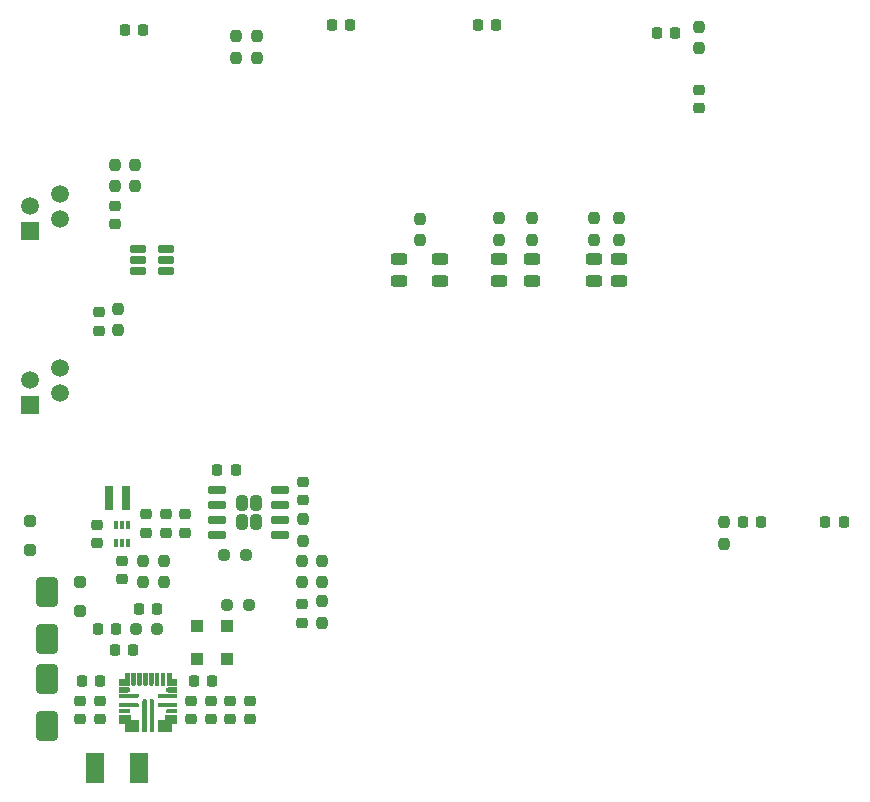
<source format=gbr>
%TF.GenerationSoftware,KiCad,Pcbnew,8.0.2*%
%TF.CreationDate,2024-05-30T14:16:54+02:00*%
%TF.ProjectId,Weather_IOT_1.0,57656174-6865-4725-9f49-4f545f312e30,1.0*%
%TF.SameCoordinates,Original*%
%TF.FileFunction,Paste,Top*%
%TF.FilePolarity,Positive*%
%FSLAX46Y46*%
G04 Gerber Fmt 4.6, Leading zero omitted, Abs format (unit mm)*
G04 Created by KiCad (PCBNEW 8.0.2) date 2024-05-30 14:16:54*
%MOMM*%
%LPD*%
G01*
G04 APERTURE LIST*
G04 Aperture macros list*
%AMRoundRect*
0 Rectangle with rounded corners*
0 $1 Rounding radius*
0 $2 $3 $4 $5 $6 $7 $8 $9 X,Y pos of 4 corners*
0 Add a 4 corners polygon primitive as box body*
4,1,4,$2,$3,$4,$5,$6,$7,$8,$9,$2,$3,0*
0 Add four circle primitives for the rounded corners*
1,1,$1+$1,$2,$3*
1,1,$1+$1,$4,$5*
1,1,$1+$1,$6,$7*
1,1,$1+$1,$8,$9*
0 Add four rect primitives between the rounded corners*
20,1,$1+$1,$2,$3,$4,$5,0*
20,1,$1+$1,$4,$5,$6,$7,0*
20,1,$1+$1,$6,$7,$8,$9,0*
20,1,$1+$1,$8,$9,$2,$3,0*%
G04 Aperture macros list end*
%ADD10C,0.010000*%
%ADD11RoundRect,0.225000X-0.250000X0.225000X-0.250000X-0.225000X0.250000X-0.225000X0.250000X0.225000X0*%
%ADD12R,1.500000X1.500000*%
%ADD13C,1.500000*%
%ADD14RoundRect,0.237500X0.237500X-0.250000X0.237500X0.250000X-0.237500X0.250000X-0.237500X-0.250000X0*%
%ADD15RoundRect,0.243750X-0.456250X0.243750X-0.456250X-0.243750X0.456250X-0.243750X0.456250X0.243750X0*%
%ADD16RoundRect,0.250000X0.650000X-1.000000X0.650000X1.000000X-0.650000X1.000000X-0.650000X-1.000000X0*%
%ADD17RoundRect,0.237500X-0.237500X0.250000X-0.237500X-0.250000X0.237500X-0.250000X0.237500X0.250000X0*%
%ADD18RoundRect,0.225000X0.225000X0.250000X-0.225000X0.250000X-0.225000X-0.250000X0.225000X-0.250000X0*%
%ADD19RoundRect,0.243750X0.456250X-0.243750X0.456250X0.243750X-0.456250X0.243750X-0.456250X-0.243750X0*%
%ADD20R,0.700000X2.000000*%
%ADD21R,0.340000X0.700000*%
%ADD22RoundRect,0.225000X-0.225000X-0.250000X0.225000X-0.250000X0.225000X0.250000X-0.225000X0.250000X0*%
%ADD23R,1.500000X2.500000*%
%ADD24RoundRect,0.225000X0.250000X-0.225000X0.250000X0.225000X-0.250000X0.225000X-0.250000X-0.225000X0*%
%ADD25RoundRect,0.237500X0.250000X0.237500X-0.250000X0.237500X-0.250000X-0.237500X0.250000X-0.237500X0*%
%ADD26RoundRect,0.242500X0.242500X0.402500X-0.242500X0.402500X-0.242500X-0.402500X0.242500X-0.402500X0*%
%ADD27RoundRect,0.150000X0.650000X0.150000X-0.650000X0.150000X-0.650000X-0.150000X0.650000X-0.150000X0*%
%ADD28RoundRect,0.250000X-0.650000X1.000000X-0.650000X-1.000000X0.650000X-1.000000X0.650000X1.000000X0*%
%ADD29RoundRect,0.042000X-0.633000X-0.258000X0.633000X-0.258000X0.633000X0.258000X-0.633000X0.258000X0*%
%ADD30RoundRect,0.237500X-0.250000X-0.237500X0.250000X-0.237500X0.250000X0.237500X-0.250000X0.237500X0*%
%ADD31RoundRect,0.250000X0.300000X-0.300000X0.300000X0.300000X-0.300000X0.300000X-0.300000X-0.300000X0*%
%ADD32RoundRect,0.250000X0.250000X-0.250000X0.250000X0.250000X-0.250000X0.250000X-0.250000X-0.250000X0*%
%ADD33RoundRect,0.250000X-0.250000X0.250000X-0.250000X-0.250000X0.250000X-0.250000X0.250000X0.250000X0*%
G04 APERTURE END LIST*
D10*
%TO.C,U3*%
X117025000Y-129352000D02*
X116200000Y-129352000D01*
X116200000Y-128852000D01*
X116675000Y-128852000D01*
X116675000Y-128377000D01*
X117025000Y-128377000D01*
X117025000Y-129352000D01*
G36*
X117025000Y-129352000D02*
G01*
X116200000Y-129352000D01*
X116200000Y-128852000D01*
X116675000Y-128852000D01*
X116675000Y-128377000D01*
X117025000Y-128377000D01*
X117025000Y-129352000D01*
G37*
X120575000Y-128852000D02*
X121050000Y-128852000D01*
X121050000Y-129352000D01*
X120225000Y-129352000D01*
X120225000Y-128377000D01*
X120575000Y-128377000D01*
X120575000Y-128852000D01*
G36*
X120575000Y-128852000D02*
G01*
X121050000Y-128852000D01*
X121050000Y-129352000D01*
X120225000Y-129352000D01*
X120225000Y-128377000D01*
X120575000Y-128377000D01*
X120575000Y-128852000D01*
G37*
X116918000Y-129553000D02*
X116936000Y-129556000D01*
X116954000Y-129561000D01*
X116971000Y-129567000D01*
X116987000Y-129575000D01*
X117003000Y-129585000D01*
X117017000Y-129597000D01*
X117030000Y-129610000D01*
X117042000Y-129624000D01*
X117052000Y-129640000D01*
X117060000Y-129656000D01*
X117066000Y-129673000D01*
X117071000Y-129691000D01*
X117074000Y-129709000D01*
X117075000Y-129727000D01*
X117074000Y-129745000D01*
X117071000Y-129763000D01*
X117066000Y-129781000D01*
X117060000Y-129798000D01*
X117052000Y-129815000D01*
X117042000Y-129830000D01*
X117030000Y-129844000D01*
X117017000Y-129857000D01*
X117003000Y-129869000D01*
X116987000Y-129879000D01*
X116971000Y-129887000D01*
X116954000Y-129893000D01*
X116936000Y-129898000D01*
X116918000Y-129901000D01*
X116900000Y-129902000D01*
X116200000Y-129902000D01*
X116200000Y-129552000D01*
X116900000Y-129552000D01*
X116918000Y-129553000D01*
G36*
X116918000Y-129553000D02*
G01*
X116936000Y-129556000D01*
X116954000Y-129561000D01*
X116971000Y-129567000D01*
X116987000Y-129575000D01*
X117003000Y-129585000D01*
X117017000Y-129597000D01*
X117030000Y-129610000D01*
X117042000Y-129624000D01*
X117052000Y-129640000D01*
X117060000Y-129656000D01*
X117066000Y-129673000D01*
X117071000Y-129691000D01*
X117074000Y-129709000D01*
X117075000Y-129727000D01*
X117074000Y-129745000D01*
X117071000Y-129763000D01*
X117066000Y-129781000D01*
X117060000Y-129798000D01*
X117052000Y-129815000D01*
X117042000Y-129830000D01*
X117030000Y-129844000D01*
X117017000Y-129857000D01*
X117003000Y-129869000D01*
X116987000Y-129879000D01*
X116971000Y-129887000D01*
X116954000Y-129893000D01*
X116936000Y-129898000D01*
X116918000Y-129901000D01*
X116900000Y-129902000D01*
X116200000Y-129902000D01*
X116200000Y-129552000D01*
X116900000Y-129552000D01*
X116918000Y-129553000D01*
G37*
X116963000Y-131403000D02*
X116976000Y-131405000D01*
X116989000Y-131408000D01*
X117001000Y-131413000D01*
X117012000Y-131419000D01*
X117023000Y-131426000D01*
X117034000Y-131434000D01*
X117043000Y-131443000D01*
X117051000Y-131454000D01*
X117058000Y-131464000D01*
X117064000Y-131476000D01*
X117069000Y-131488000D01*
X117072000Y-131501000D01*
X117074000Y-131514000D01*
X117075000Y-131527000D01*
X117074000Y-131540000D01*
X117072000Y-131553000D01*
X117069000Y-131566000D01*
X117064000Y-131578000D01*
X117058000Y-131589000D01*
X117051000Y-131600000D01*
X117043000Y-131611000D01*
X117034000Y-131620000D01*
X117023000Y-131628000D01*
X117012000Y-131635000D01*
X117001000Y-131641000D01*
X116989000Y-131646000D01*
X116976000Y-131649000D01*
X116963000Y-131651000D01*
X116950000Y-131652000D01*
X116200000Y-131652000D01*
X116200000Y-131402000D01*
X116950000Y-131402000D01*
X116963000Y-131403000D01*
G36*
X116963000Y-131403000D02*
G01*
X116976000Y-131405000D01*
X116989000Y-131408000D01*
X117001000Y-131413000D01*
X117012000Y-131419000D01*
X117023000Y-131426000D01*
X117034000Y-131434000D01*
X117043000Y-131443000D01*
X117051000Y-131454000D01*
X117058000Y-131464000D01*
X117064000Y-131476000D01*
X117069000Y-131488000D01*
X117072000Y-131501000D01*
X117074000Y-131514000D01*
X117075000Y-131527000D01*
X117074000Y-131540000D01*
X117072000Y-131553000D01*
X117069000Y-131566000D01*
X117064000Y-131578000D01*
X117058000Y-131589000D01*
X117051000Y-131600000D01*
X117043000Y-131611000D01*
X117034000Y-131620000D01*
X117023000Y-131628000D01*
X117012000Y-131635000D01*
X117001000Y-131641000D01*
X116989000Y-131646000D01*
X116976000Y-131649000D01*
X116963000Y-131651000D01*
X116950000Y-131652000D01*
X116200000Y-131652000D01*
X116200000Y-131402000D01*
X116950000Y-131402000D01*
X116963000Y-131403000D01*
G37*
X117525000Y-129202000D02*
X117524000Y-129218000D01*
X117522000Y-129233000D01*
X117518000Y-129248000D01*
X117512000Y-129263000D01*
X117505000Y-129277000D01*
X117496000Y-129290000D01*
X117486000Y-129302000D01*
X117475000Y-129313000D01*
X117463000Y-129323000D01*
X117450000Y-129332000D01*
X117436000Y-129339000D01*
X117421000Y-129345000D01*
X117406000Y-129349000D01*
X117391000Y-129351000D01*
X117375000Y-129352000D01*
X117359000Y-129351000D01*
X117344000Y-129349000D01*
X117329000Y-129345000D01*
X117314000Y-129339000D01*
X117300000Y-129332000D01*
X117287000Y-129323000D01*
X117275000Y-129313000D01*
X117264000Y-129302000D01*
X117254000Y-129290000D01*
X117245000Y-129277000D01*
X117238000Y-129263000D01*
X117232000Y-129248000D01*
X117228000Y-129233000D01*
X117226000Y-129218000D01*
X117225000Y-129202000D01*
X117225000Y-128377000D01*
X117525000Y-128377000D01*
X117525000Y-129202000D01*
G36*
X117525000Y-129202000D02*
G01*
X117524000Y-129218000D01*
X117522000Y-129233000D01*
X117518000Y-129248000D01*
X117512000Y-129263000D01*
X117505000Y-129277000D01*
X117496000Y-129290000D01*
X117486000Y-129302000D01*
X117475000Y-129313000D01*
X117463000Y-129323000D01*
X117450000Y-129332000D01*
X117436000Y-129339000D01*
X117421000Y-129345000D01*
X117406000Y-129349000D01*
X117391000Y-129351000D01*
X117375000Y-129352000D01*
X117359000Y-129351000D01*
X117344000Y-129349000D01*
X117329000Y-129345000D01*
X117314000Y-129339000D01*
X117300000Y-129332000D01*
X117287000Y-129323000D01*
X117275000Y-129313000D01*
X117264000Y-129302000D01*
X117254000Y-129290000D01*
X117245000Y-129277000D01*
X117238000Y-129263000D01*
X117232000Y-129248000D01*
X117228000Y-129233000D01*
X117226000Y-129218000D01*
X117225000Y-129202000D01*
X117225000Y-128377000D01*
X117525000Y-128377000D01*
X117525000Y-129202000D01*
G37*
X118025000Y-129202000D02*
X118024000Y-129218000D01*
X118022000Y-129233000D01*
X118018000Y-129248000D01*
X118012000Y-129263000D01*
X118005000Y-129277000D01*
X117996000Y-129290000D01*
X117986000Y-129302000D01*
X117975000Y-129313000D01*
X117963000Y-129323000D01*
X117950000Y-129332000D01*
X117936000Y-129339000D01*
X117921000Y-129345000D01*
X117906000Y-129349000D01*
X117891000Y-129351000D01*
X117875000Y-129352000D01*
X117859000Y-129351000D01*
X117844000Y-129349000D01*
X117829000Y-129345000D01*
X117814000Y-129339000D01*
X117800000Y-129332000D01*
X117787000Y-129323000D01*
X117775000Y-129313000D01*
X117764000Y-129302000D01*
X117754000Y-129290000D01*
X117745000Y-129277000D01*
X117738000Y-129263000D01*
X117732000Y-129248000D01*
X117728000Y-129233000D01*
X117726000Y-129218000D01*
X117725000Y-129202000D01*
X117725000Y-128377000D01*
X118025000Y-128377000D01*
X118025000Y-129202000D01*
G36*
X118025000Y-129202000D02*
G01*
X118024000Y-129218000D01*
X118022000Y-129233000D01*
X118018000Y-129248000D01*
X118012000Y-129263000D01*
X118005000Y-129277000D01*
X117996000Y-129290000D01*
X117986000Y-129302000D01*
X117975000Y-129313000D01*
X117963000Y-129323000D01*
X117950000Y-129332000D01*
X117936000Y-129339000D01*
X117921000Y-129345000D01*
X117906000Y-129349000D01*
X117891000Y-129351000D01*
X117875000Y-129352000D01*
X117859000Y-129351000D01*
X117844000Y-129349000D01*
X117829000Y-129345000D01*
X117814000Y-129339000D01*
X117800000Y-129332000D01*
X117787000Y-129323000D01*
X117775000Y-129313000D01*
X117764000Y-129302000D01*
X117754000Y-129290000D01*
X117745000Y-129277000D01*
X117738000Y-129263000D01*
X117732000Y-129248000D01*
X117728000Y-129233000D01*
X117726000Y-129218000D01*
X117725000Y-129202000D01*
X117725000Y-128377000D01*
X118025000Y-128377000D01*
X118025000Y-129202000D01*
G37*
X118341000Y-130553000D02*
X118356000Y-130555000D01*
X118371000Y-130559000D01*
X118386000Y-130565000D01*
X118400000Y-130572000D01*
X118413000Y-130581000D01*
X118425000Y-130591000D01*
X118436000Y-130602000D01*
X118446000Y-130614000D01*
X118455000Y-130627000D01*
X118462000Y-130641000D01*
X118468000Y-130656000D01*
X118472000Y-130671000D01*
X118474000Y-130686000D01*
X118475000Y-130702000D01*
X118475000Y-133227000D01*
X118175000Y-133227000D01*
X118175000Y-130702000D01*
X118176000Y-130686000D01*
X118178000Y-130671000D01*
X118182000Y-130656000D01*
X118188000Y-130641000D01*
X118195000Y-130627000D01*
X118204000Y-130614000D01*
X118214000Y-130602000D01*
X118225000Y-130591000D01*
X118237000Y-130581000D01*
X118250000Y-130572000D01*
X118264000Y-130565000D01*
X118279000Y-130559000D01*
X118294000Y-130555000D01*
X118309000Y-130553000D01*
X118325000Y-130552000D01*
X118341000Y-130553000D01*
G36*
X118341000Y-130553000D02*
G01*
X118356000Y-130555000D01*
X118371000Y-130559000D01*
X118386000Y-130565000D01*
X118400000Y-130572000D01*
X118413000Y-130581000D01*
X118425000Y-130591000D01*
X118436000Y-130602000D01*
X118446000Y-130614000D01*
X118455000Y-130627000D01*
X118462000Y-130641000D01*
X118468000Y-130656000D01*
X118472000Y-130671000D01*
X118474000Y-130686000D01*
X118475000Y-130702000D01*
X118475000Y-133227000D01*
X118175000Y-133227000D01*
X118175000Y-130702000D01*
X118176000Y-130686000D01*
X118178000Y-130671000D01*
X118182000Y-130656000D01*
X118188000Y-130641000D01*
X118195000Y-130627000D01*
X118204000Y-130614000D01*
X118214000Y-130602000D01*
X118225000Y-130591000D01*
X118237000Y-130581000D01*
X118250000Y-130572000D01*
X118264000Y-130565000D01*
X118279000Y-130559000D01*
X118294000Y-130555000D01*
X118309000Y-130553000D01*
X118325000Y-130552000D01*
X118341000Y-130553000D01*
G37*
X118525000Y-129202000D02*
X118524000Y-129218000D01*
X118522000Y-129233000D01*
X118518000Y-129248000D01*
X118512000Y-129263000D01*
X118505000Y-129277000D01*
X118496000Y-129290000D01*
X118486000Y-129302000D01*
X118475000Y-129313000D01*
X118463000Y-129323000D01*
X118450000Y-129332000D01*
X118436000Y-129339000D01*
X118421000Y-129345000D01*
X118406000Y-129349000D01*
X118391000Y-129351000D01*
X118375000Y-129352000D01*
X118359000Y-129351000D01*
X118344000Y-129349000D01*
X118329000Y-129345000D01*
X118314000Y-129339000D01*
X118300000Y-129332000D01*
X118287000Y-129323000D01*
X118275000Y-129313000D01*
X118264000Y-129302000D01*
X118254000Y-129290000D01*
X118245000Y-129277000D01*
X118238000Y-129263000D01*
X118232000Y-129248000D01*
X118228000Y-129233000D01*
X118226000Y-129218000D01*
X118225000Y-129202000D01*
X118225000Y-128377000D01*
X118525000Y-128377000D01*
X118525000Y-129202000D01*
G36*
X118525000Y-129202000D02*
G01*
X118524000Y-129218000D01*
X118522000Y-129233000D01*
X118518000Y-129248000D01*
X118512000Y-129263000D01*
X118505000Y-129277000D01*
X118496000Y-129290000D01*
X118486000Y-129302000D01*
X118475000Y-129313000D01*
X118463000Y-129323000D01*
X118450000Y-129332000D01*
X118436000Y-129339000D01*
X118421000Y-129345000D01*
X118406000Y-129349000D01*
X118391000Y-129351000D01*
X118375000Y-129352000D01*
X118359000Y-129351000D01*
X118344000Y-129349000D01*
X118329000Y-129345000D01*
X118314000Y-129339000D01*
X118300000Y-129332000D01*
X118287000Y-129323000D01*
X118275000Y-129313000D01*
X118264000Y-129302000D01*
X118254000Y-129290000D01*
X118245000Y-129277000D01*
X118238000Y-129263000D01*
X118232000Y-129248000D01*
X118228000Y-129233000D01*
X118226000Y-129218000D01*
X118225000Y-129202000D01*
X118225000Y-128377000D01*
X118525000Y-128377000D01*
X118525000Y-129202000D01*
G37*
X118941000Y-130553000D02*
X118956000Y-130555000D01*
X118971000Y-130559000D01*
X118986000Y-130565000D01*
X119000000Y-130572000D01*
X119013000Y-130581000D01*
X119025000Y-130591000D01*
X119036000Y-130602000D01*
X119046000Y-130614000D01*
X119055000Y-130627000D01*
X119062000Y-130641000D01*
X119068000Y-130656000D01*
X119072000Y-130671000D01*
X119074000Y-130686000D01*
X119075000Y-130702000D01*
X119075000Y-133227000D01*
X118775000Y-133227000D01*
X118775000Y-130702000D01*
X118776000Y-130686000D01*
X118778000Y-130671000D01*
X118782000Y-130656000D01*
X118788000Y-130641000D01*
X118795000Y-130627000D01*
X118804000Y-130614000D01*
X118814000Y-130602000D01*
X118825000Y-130591000D01*
X118837000Y-130581000D01*
X118850000Y-130572000D01*
X118864000Y-130565000D01*
X118879000Y-130559000D01*
X118894000Y-130555000D01*
X118909000Y-130553000D01*
X118925000Y-130552000D01*
X118941000Y-130553000D01*
G36*
X118941000Y-130553000D02*
G01*
X118956000Y-130555000D01*
X118971000Y-130559000D01*
X118986000Y-130565000D01*
X119000000Y-130572000D01*
X119013000Y-130581000D01*
X119025000Y-130591000D01*
X119036000Y-130602000D01*
X119046000Y-130614000D01*
X119055000Y-130627000D01*
X119062000Y-130641000D01*
X119068000Y-130656000D01*
X119072000Y-130671000D01*
X119074000Y-130686000D01*
X119075000Y-130702000D01*
X119075000Y-133227000D01*
X118775000Y-133227000D01*
X118775000Y-130702000D01*
X118776000Y-130686000D01*
X118778000Y-130671000D01*
X118782000Y-130656000D01*
X118788000Y-130641000D01*
X118795000Y-130627000D01*
X118804000Y-130614000D01*
X118814000Y-130602000D01*
X118825000Y-130591000D01*
X118837000Y-130581000D01*
X118850000Y-130572000D01*
X118864000Y-130565000D01*
X118879000Y-130559000D01*
X118894000Y-130555000D01*
X118909000Y-130553000D01*
X118925000Y-130552000D01*
X118941000Y-130553000D01*
G37*
X119025000Y-129202000D02*
X119024000Y-129218000D01*
X119022000Y-129233000D01*
X119018000Y-129248000D01*
X119012000Y-129263000D01*
X119005000Y-129277000D01*
X118996000Y-129290000D01*
X118986000Y-129302000D01*
X118975000Y-129313000D01*
X118963000Y-129323000D01*
X118950000Y-129332000D01*
X118936000Y-129339000D01*
X118921000Y-129345000D01*
X118906000Y-129349000D01*
X118891000Y-129351000D01*
X118875000Y-129352000D01*
X118859000Y-129351000D01*
X118844000Y-129349000D01*
X118829000Y-129345000D01*
X118814000Y-129339000D01*
X118800000Y-129332000D01*
X118787000Y-129323000D01*
X118775000Y-129313000D01*
X118764000Y-129302000D01*
X118754000Y-129290000D01*
X118745000Y-129277000D01*
X118738000Y-129263000D01*
X118732000Y-129248000D01*
X118728000Y-129233000D01*
X118726000Y-129218000D01*
X118725000Y-129202000D01*
X118725000Y-128377000D01*
X119025000Y-128377000D01*
X119025000Y-129202000D01*
G36*
X119025000Y-129202000D02*
G01*
X119024000Y-129218000D01*
X119022000Y-129233000D01*
X119018000Y-129248000D01*
X119012000Y-129263000D01*
X119005000Y-129277000D01*
X118996000Y-129290000D01*
X118986000Y-129302000D01*
X118975000Y-129313000D01*
X118963000Y-129323000D01*
X118950000Y-129332000D01*
X118936000Y-129339000D01*
X118921000Y-129345000D01*
X118906000Y-129349000D01*
X118891000Y-129351000D01*
X118875000Y-129352000D01*
X118859000Y-129351000D01*
X118844000Y-129349000D01*
X118829000Y-129345000D01*
X118814000Y-129339000D01*
X118800000Y-129332000D01*
X118787000Y-129323000D01*
X118775000Y-129313000D01*
X118764000Y-129302000D01*
X118754000Y-129290000D01*
X118745000Y-129277000D01*
X118738000Y-129263000D01*
X118732000Y-129248000D01*
X118728000Y-129233000D01*
X118726000Y-129218000D01*
X118725000Y-129202000D01*
X118725000Y-128377000D01*
X119025000Y-128377000D01*
X119025000Y-129202000D01*
G37*
X119525000Y-129202000D02*
X119524000Y-129218000D01*
X119522000Y-129233000D01*
X119518000Y-129248000D01*
X119512000Y-129263000D01*
X119505000Y-129277000D01*
X119496000Y-129290000D01*
X119486000Y-129302000D01*
X119475000Y-129313000D01*
X119463000Y-129323000D01*
X119450000Y-129332000D01*
X119436000Y-129339000D01*
X119421000Y-129345000D01*
X119406000Y-129349000D01*
X119391000Y-129351000D01*
X119375000Y-129352000D01*
X119359000Y-129351000D01*
X119344000Y-129349000D01*
X119329000Y-129345000D01*
X119314000Y-129339000D01*
X119300000Y-129332000D01*
X119287000Y-129323000D01*
X119275000Y-129313000D01*
X119264000Y-129302000D01*
X119254000Y-129290000D01*
X119245000Y-129277000D01*
X119238000Y-129263000D01*
X119232000Y-129248000D01*
X119228000Y-129233000D01*
X119226000Y-129218000D01*
X119225000Y-129202000D01*
X119225000Y-128377000D01*
X119525000Y-128377000D01*
X119525000Y-129202000D01*
G36*
X119525000Y-129202000D02*
G01*
X119524000Y-129218000D01*
X119522000Y-129233000D01*
X119518000Y-129248000D01*
X119512000Y-129263000D01*
X119505000Y-129277000D01*
X119496000Y-129290000D01*
X119486000Y-129302000D01*
X119475000Y-129313000D01*
X119463000Y-129323000D01*
X119450000Y-129332000D01*
X119436000Y-129339000D01*
X119421000Y-129345000D01*
X119406000Y-129349000D01*
X119391000Y-129351000D01*
X119375000Y-129352000D01*
X119359000Y-129351000D01*
X119344000Y-129349000D01*
X119329000Y-129345000D01*
X119314000Y-129339000D01*
X119300000Y-129332000D01*
X119287000Y-129323000D01*
X119275000Y-129313000D01*
X119264000Y-129302000D01*
X119254000Y-129290000D01*
X119245000Y-129277000D01*
X119238000Y-129263000D01*
X119232000Y-129248000D01*
X119228000Y-129233000D01*
X119226000Y-129218000D01*
X119225000Y-129202000D01*
X119225000Y-128377000D01*
X119525000Y-128377000D01*
X119525000Y-129202000D01*
G37*
X120025000Y-129202000D02*
X120024000Y-129218000D01*
X120022000Y-129233000D01*
X120018000Y-129248000D01*
X120012000Y-129263000D01*
X120005000Y-129277000D01*
X119996000Y-129290000D01*
X119986000Y-129302000D01*
X119975000Y-129313000D01*
X119963000Y-129323000D01*
X119950000Y-129332000D01*
X119936000Y-129339000D01*
X119921000Y-129345000D01*
X119906000Y-129349000D01*
X119891000Y-129351000D01*
X119875000Y-129352000D01*
X119859000Y-129351000D01*
X119844000Y-129349000D01*
X119829000Y-129345000D01*
X119814000Y-129339000D01*
X119800000Y-129332000D01*
X119787000Y-129323000D01*
X119775000Y-129313000D01*
X119764000Y-129302000D01*
X119754000Y-129290000D01*
X119745000Y-129277000D01*
X119738000Y-129263000D01*
X119732000Y-129248000D01*
X119728000Y-129233000D01*
X119726000Y-129218000D01*
X119725000Y-129202000D01*
X119725000Y-128377000D01*
X120025000Y-128377000D01*
X120025000Y-129202000D01*
G36*
X120025000Y-129202000D02*
G01*
X120024000Y-129218000D01*
X120022000Y-129233000D01*
X120018000Y-129248000D01*
X120012000Y-129263000D01*
X120005000Y-129277000D01*
X119996000Y-129290000D01*
X119986000Y-129302000D01*
X119975000Y-129313000D01*
X119963000Y-129323000D01*
X119950000Y-129332000D01*
X119936000Y-129339000D01*
X119921000Y-129345000D01*
X119906000Y-129349000D01*
X119891000Y-129351000D01*
X119875000Y-129352000D01*
X119859000Y-129351000D01*
X119844000Y-129349000D01*
X119829000Y-129345000D01*
X119814000Y-129339000D01*
X119800000Y-129332000D01*
X119787000Y-129323000D01*
X119775000Y-129313000D01*
X119764000Y-129302000D01*
X119754000Y-129290000D01*
X119745000Y-129277000D01*
X119738000Y-129263000D01*
X119732000Y-129248000D01*
X119728000Y-129233000D01*
X119726000Y-129218000D01*
X119725000Y-129202000D01*
X119725000Y-128377000D01*
X120025000Y-128377000D01*
X120025000Y-129202000D01*
G37*
X121050000Y-129902000D02*
X120350000Y-129902000D01*
X120332000Y-129901000D01*
X120314000Y-129898000D01*
X120296000Y-129893000D01*
X120279000Y-129887000D01*
X120262000Y-129879000D01*
X120247000Y-129869000D01*
X120233000Y-129857000D01*
X120220000Y-129844000D01*
X120208000Y-129830000D01*
X120198000Y-129815000D01*
X120190000Y-129798000D01*
X120184000Y-129781000D01*
X120179000Y-129763000D01*
X120176000Y-129745000D01*
X120175000Y-129727000D01*
X120176000Y-129709000D01*
X120179000Y-129691000D01*
X120184000Y-129673000D01*
X120190000Y-129656000D01*
X120198000Y-129640000D01*
X120208000Y-129624000D01*
X120220000Y-129610000D01*
X120233000Y-129597000D01*
X120247000Y-129585000D01*
X120263000Y-129575000D01*
X120279000Y-129567000D01*
X120296000Y-129561000D01*
X120314000Y-129556000D01*
X120332000Y-129553000D01*
X120350000Y-129552000D01*
X121050000Y-129552000D01*
X121050000Y-129902000D01*
G36*
X121050000Y-129902000D02*
G01*
X120350000Y-129902000D01*
X120332000Y-129901000D01*
X120314000Y-129898000D01*
X120296000Y-129893000D01*
X120279000Y-129887000D01*
X120262000Y-129879000D01*
X120247000Y-129869000D01*
X120233000Y-129857000D01*
X120220000Y-129844000D01*
X120208000Y-129830000D01*
X120198000Y-129815000D01*
X120190000Y-129798000D01*
X120184000Y-129781000D01*
X120179000Y-129763000D01*
X120176000Y-129745000D01*
X120175000Y-129727000D01*
X120176000Y-129709000D01*
X120179000Y-129691000D01*
X120184000Y-129673000D01*
X120190000Y-129656000D01*
X120198000Y-129640000D01*
X120208000Y-129624000D01*
X120220000Y-129610000D01*
X120233000Y-129597000D01*
X120247000Y-129585000D01*
X120263000Y-129575000D01*
X120279000Y-129567000D01*
X120296000Y-129561000D01*
X120314000Y-129556000D01*
X120332000Y-129553000D01*
X120350000Y-129552000D01*
X121050000Y-129552000D01*
X121050000Y-129902000D01*
G37*
X121050000Y-131652000D02*
X120300000Y-131652000D01*
X120287000Y-131651000D01*
X120274000Y-131649000D01*
X120261000Y-131646000D01*
X120249000Y-131641000D01*
X120238000Y-131635000D01*
X120227000Y-131628000D01*
X120216000Y-131620000D01*
X120207000Y-131611000D01*
X120199000Y-131600000D01*
X120192000Y-131589000D01*
X120186000Y-131578000D01*
X120181000Y-131566000D01*
X120178000Y-131553000D01*
X120176000Y-131540000D01*
X120175000Y-131527000D01*
X120176000Y-131514000D01*
X120178000Y-131501000D01*
X120181000Y-131488000D01*
X120186000Y-131476000D01*
X120192000Y-131464000D01*
X120199000Y-131454000D01*
X120207000Y-131443000D01*
X120216000Y-131434000D01*
X120227000Y-131426000D01*
X120238000Y-131419000D01*
X120249000Y-131413000D01*
X120261000Y-131408000D01*
X120274000Y-131405000D01*
X120287000Y-131403000D01*
X120300000Y-131402000D01*
X121050000Y-131402000D01*
X121050000Y-131652000D01*
G36*
X121050000Y-131652000D02*
G01*
X120300000Y-131652000D01*
X120287000Y-131651000D01*
X120274000Y-131649000D01*
X120261000Y-131646000D01*
X120249000Y-131641000D01*
X120238000Y-131635000D01*
X120227000Y-131628000D01*
X120216000Y-131620000D01*
X120207000Y-131611000D01*
X120199000Y-131600000D01*
X120192000Y-131589000D01*
X120186000Y-131578000D01*
X120181000Y-131566000D01*
X120178000Y-131553000D01*
X120176000Y-131540000D01*
X120175000Y-131527000D01*
X120176000Y-131514000D01*
X120178000Y-131501000D01*
X120181000Y-131488000D01*
X120186000Y-131476000D01*
X120192000Y-131464000D01*
X120199000Y-131454000D01*
X120207000Y-131443000D01*
X120216000Y-131434000D01*
X120227000Y-131426000D01*
X120238000Y-131419000D01*
X120249000Y-131413000D01*
X120261000Y-131408000D01*
X120274000Y-131405000D01*
X120287000Y-131403000D01*
X120300000Y-131402000D01*
X121050000Y-131402000D01*
X121050000Y-131652000D01*
G37*
X117150000Y-132302000D02*
X117675000Y-132302000D01*
X117680000Y-132302000D01*
X117685000Y-132303000D01*
X117691000Y-132303000D01*
X117696000Y-132304000D01*
X117701000Y-132305000D01*
X117706000Y-132307000D01*
X117711000Y-132309000D01*
X117716000Y-132311000D01*
X117720000Y-132313000D01*
X117725000Y-132315000D01*
X117729000Y-132318000D01*
X117734000Y-132321000D01*
X117738000Y-132324000D01*
X117742000Y-132328000D01*
X117746000Y-132331000D01*
X117749000Y-132335000D01*
X117753000Y-132339000D01*
X117756000Y-132343000D01*
X117759000Y-132348000D01*
X117762000Y-132352000D01*
X117764000Y-132357000D01*
X117766000Y-132361000D01*
X117768000Y-132366000D01*
X117770000Y-132371000D01*
X117772000Y-132376000D01*
X117773000Y-132381000D01*
X117774000Y-132386000D01*
X117774000Y-132392000D01*
X117775000Y-132397000D01*
X117775000Y-132402000D01*
X117775000Y-133227000D01*
X116700000Y-133227000D01*
X116700000Y-132552000D01*
X116200000Y-132552000D01*
X116200000Y-131902000D01*
X117150000Y-131902000D01*
X117150000Y-132302000D01*
G36*
X117150000Y-132302000D02*
G01*
X117675000Y-132302000D01*
X117680000Y-132302000D01*
X117685000Y-132303000D01*
X117691000Y-132303000D01*
X117696000Y-132304000D01*
X117701000Y-132305000D01*
X117706000Y-132307000D01*
X117711000Y-132309000D01*
X117716000Y-132311000D01*
X117720000Y-132313000D01*
X117725000Y-132315000D01*
X117729000Y-132318000D01*
X117734000Y-132321000D01*
X117738000Y-132324000D01*
X117742000Y-132328000D01*
X117746000Y-132331000D01*
X117749000Y-132335000D01*
X117753000Y-132339000D01*
X117756000Y-132343000D01*
X117759000Y-132348000D01*
X117762000Y-132352000D01*
X117764000Y-132357000D01*
X117766000Y-132361000D01*
X117768000Y-132366000D01*
X117770000Y-132371000D01*
X117772000Y-132376000D01*
X117773000Y-132381000D01*
X117774000Y-132386000D01*
X117774000Y-132392000D01*
X117775000Y-132397000D01*
X117775000Y-132402000D01*
X117775000Y-133227000D01*
X116700000Y-133227000D01*
X116700000Y-132552000D01*
X116200000Y-132552000D01*
X116200000Y-131902000D01*
X117150000Y-131902000D01*
X117150000Y-132302000D01*
G37*
X121050000Y-132552000D02*
X120550000Y-132552000D01*
X120550000Y-133227000D01*
X119475000Y-133227000D01*
X119475000Y-132402000D01*
X119475000Y-132397000D01*
X119476000Y-132392000D01*
X119476000Y-132386000D01*
X119477000Y-132381000D01*
X119478000Y-132376000D01*
X119480000Y-132371000D01*
X119482000Y-132366000D01*
X119484000Y-132361000D01*
X119486000Y-132357000D01*
X119488000Y-132352000D01*
X119491000Y-132348000D01*
X119494000Y-132343000D01*
X119497000Y-132339000D01*
X119501000Y-132335000D01*
X119504000Y-132331000D01*
X119508000Y-132328000D01*
X119512000Y-132324000D01*
X119516000Y-132321000D01*
X119521000Y-132318000D01*
X119525000Y-132315000D01*
X119530000Y-132313000D01*
X119534000Y-132311000D01*
X119539000Y-132309000D01*
X119544000Y-132307000D01*
X119549000Y-132305000D01*
X119554000Y-132304000D01*
X119559000Y-132303000D01*
X119565000Y-132303000D01*
X119570000Y-132302000D01*
X119575000Y-132302000D01*
X120100000Y-132302000D01*
X120100000Y-131902000D01*
X121050000Y-131902000D01*
X121050000Y-132552000D01*
G36*
X121050000Y-132552000D02*
G01*
X120550000Y-132552000D01*
X120550000Y-133227000D01*
X119475000Y-133227000D01*
X119475000Y-132402000D01*
X119475000Y-132397000D01*
X119476000Y-132392000D01*
X119476000Y-132386000D01*
X119477000Y-132381000D01*
X119478000Y-132376000D01*
X119480000Y-132371000D01*
X119482000Y-132366000D01*
X119484000Y-132361000D01*
X119486000Y-132357000D01*
X119488000Y-132352000D01*
X119491000Y-132348000D01*
X119494000Y-132343000D01*
X119497000Y-132339000D01*
X119501000Y-132335000D01*
X119504000Y-132331000D01*
X119508000Y-132328000D01*
X119512000Y-132324000D01*
X119516000Y-132321000D01*
X119521000Y-132318000D01*
X119525000Y-132315000D01*
X119530000Y-132313000D01*
X119534000Y-132311000D01*
X119539000Y-132309000D01*
X119544000Y-132307000D01*
X119549000Y-132305000D01*
X119554000Y-132304000D01*
X119559000Y-132303000D01*
X119565000Y-132303000D01*
X119570000Y-132302000D01*
X119575000Y-132302000D01*
X120100000Y-132302000D01*
X120100000Y-131902000D01*
X121050000Y-131902000D01*
X121050000Y-132552000D01*
G37*
X117685000Y-130103000D02*
X117691000Y-130103000D01*
X117696000Y-130104000D01*
X117701000Y-130105000D01*
X117706000Y-130107000D01*
X117711000Y-130109000D01*
X117716000Y-130111000D01*
X117720000Y-130113000D01*
X117725000Y-130115000D01*
X117729000Y-130118000D01*
X117734000Y-130121000D01*
X117738000Y-130124000D01*
X117742000Y-130128000D01*
X117746000Y-130131000D01*
X117749000Y-130135000D01*
X117753000Y-130139000D01*
X117756000Y-130143000D01*
X117759000Y-130148000D01*
X117762000Y-130152000D01*
X117764000Y-130157000D01*
X117766000Y-130161000D01*
X117768000Y-130166000D01*
X117770000Y-130171000D01*
X117772000Y-130176000D01*
X117773000Y-130181000D01*
X117774000Y-130186000D01*
X117774000Y-130192000D01*
X117775000Y-130197000D01*
X117775000Y-130202000D01*
X117775000Y-130252000D01*
X117775000Y-130257000D01*
X117774000Y-130262000D01*
X117774000Y-130268000D01*
X117773000Y-130273000D01*
X117772000Y-130278000D01*
X117770000Y-130283000D01*
X117768000Y-130288000D01*
X117766000Y-130293000D01*
X117764000Y-130297000D01*
X117762000Y-130302000D01*
X117759000Y-130306000D01*
X117756000Y-130311000D01*
X117753000Y-130315000D01*
X117749000Y-130319000D01*
X117746000Y-130323000D01*
X117742000Y-130326000D01*
X117738000Y-130330000D01*
X117734000Y-130333000D01*
X117729000Y-130336000D01*
X117725000Y-130339000D01*
X117720000Y-130341000D01*
X117716000Y-130343000D01*
X117711000Y-130345000D01*
X117706000Y-130347000D01*
X117701000Y-130349000D01*
X117696000Y-130350000D01*
X117691000Y-130351000D01*
X117685000Y-130351000D01*
X117680000Y-130352000D01*
X117675000Y-130352000D01*
X116200000Y-130352000D01*
X116200000Y-130102000D01*
X117675000Y-130102000D01*
X117680000Y-130102000D01*
X117685000Y-130103000D01*
G36*
X117685000Y-130103000D02*
G01*
X117691000Y-130103000D01*
X117696000Y-130104000D01*
X117701000Y-130105000D01*
X117706000Y-130107000D01*
X117711000Y-130109000D01*
X117716000Y-130111000D01*
X117720000Y-130113000D01*
X117725000Y-130115000D01*
X117729000Y-130118000D01*
X117734000Y-130121000D01*
X117738000Y-130124000D01*
X117742000Y-130128000D01*
X117746000Y-130131000D01*
X117749000Y-130135000D01*
X117753000Y-130139000D01*
X117756000Y-130143000D01*
X117759000Y-130148000D01*
X117762000Y-130152000D01*
X117764000Y-130157000D01*
X117766000Y-130161000D01*
X117768000Y-130166000D01*
X117770000Y-130171000D01*
X117772000Y-130176000D01*
X117773000Y-130181000D01*
X117774000Y-130186000D01*
X117774000Y-130192000D01*
X117775000Y-130197000D01*
X117775000Y-130202000D01*
X117775000Y-130252000D01*
X117775000Y-130257000D01*
X117774000Y-130262000D01*
X117774000Y-130268000D01*
X117773000Y-130273000D01*
X117772000Y-130278000D01*
X117770000Y-130283000D01*
X117768000Y-130288000D01*
X117766000Y-130293000D01*
X117764000Y-130297000D01*
X117762000Y-130302000D01*
X117759000Y-130306000D01*
X117756000Y-130311000D01*
X117753000Y-130315000D01*
X117749000Y-130319000D01*
X117746000Y-130323000D01*
X117742000Y-130326000D01*
X117738000Y-130330000D01*
X117734000Y-130333000D01*
X117729000Y-130336000D01*
X117725000Y-130339000D01*
X117720000Y-130341000D01*
X117716000Y-130343000D01*
X117711000Y-130345000D01*
X117706000Y-130347000D01*
X117701000Y-130349000D01*
X117696000Y-130350000D01*
X117691000Y-130351000D01*
X117685000Y-130351000D01*
X117680000Y-130352000D01*
X117675000Y-130352000D01*
X116200000Y-130352000D01*
X116200000Y-130102000D01*
X117675000Y-130102000D01*
X117680000Y-130102000D01*
X117685000Y-130103000D01*
G37*
X117685000Y-130903000D02*
X117691000Y-130903000D01*
X117696000Y-130904000D01*
X117701000Y-130905000D01*
X117706000Y-130907000D01*
X117711000Y-130909000D01*
X117716000Y-130911000D01*
X117720000Y-130913000D01*
X117725000Y-130915000D01*
X117729000Y-130918000D01*
X117734000Y-130921000D01*
X117738000Y-130924000D01*
X117742000Y-130928000D01*
X117746000Y-130931000D01*
X117749000Y-130935000D01*
X117753000Y-130939000D01*
X117756000Y-130943000D01*
X117759000Y-130948000D01*
X117762000Y-130952000D01*
X117764000Y-130957000D01*
X117766000Y-130961000D01*
X117768000Y-130966000D01*
X117770000Y-130971000D01*
X117772000Y-130976000D01*
X117773000Y-130981000D01*
X117774000Y-130986000D01*
X117774000Y-130992000D01*
X117775000Y-130997000D01*
X117775000Y-131002000D01*
X117775000Y-131052000D01*
X117775000Y-131057000D01*
X117774000Y-131062000D01*
X117774000Y-131068000D01*
X117773000Y-131073000D01*
X117772000Y-131078000D01*
X117770000Y-131083000D01*
X117768000Y-131088000D01*
X117766000Y-131093000D01*
X117764000Y-131097000D01*
X117762000Y-131102000D01*
X117759000Y-131106000D01*
X117756000Y-131111000D01*
X117753000Y-131115000D01*
X117749000Y-131119000D01*
X117746000Y-131123000D01*
X117742000Y-131126000D01*
X117738000Y-131130000D01*
X117734000Y-131133000D01*
X117729000Y-131136000D01*
X117725000Y-131139000D01*
X117720000Y-131141000D01*
X117716000Y-131143000D01*
X117711000Y-131145000D01*
X117706000Y-131147000D01*
X117701000Y-131149000D01*
X117696000Y-131150000D01*
X117691000Y-131151000D01*
X117685000Y-131151000D01*
X117680000Y-131152000D01*
X117675000Y-131152000D01*
X116200000Y-131152000D01*
X116200000Y-130902000D01*
X117675000Y-130902000D01*
X117680000Y-130902000D01*
X117685000Y-130903000D01*
G36*
X117685000Y-130903000D02*
G01*
X117691000Y-130903000D01*
X117696000Y-130904000D01*
X117701000Y-130905000D01*
X117706000Y-130907000D01*
X117711000Y-130909000D01*
X117716000Y-130911000D01*
X117720000Y-130913000D01*
X117725000Y-130915000D01*
X117729000Y-130918000D01*
X117734000Y-130921000D01*
X117738000Y-130924000D01*
X117742000Y-130928000D01*
X117746000Y-130931000D01*
X117749000Y-130935000D01*
X117753000Y-130939000D01*
X117756000Y-130943000D01*
X117759000Y-130948000D01*
X117762000Y-130952000D01*
X117764000Y-130957000D01*
X117766000Y-130961000D01*
X117768000Y-130966000D01*
X117770000Y-130971000D01*
X117772000Y-130976000D01*
X117773000Y-130981000D01*
X117774000Y-130986000D01*
X117774000Y-130992000D01*
X117775000Y-130997000D01*
X117775000Y-131002000D01*
X117775000Y-131052000D01*
X117775000Y-131057000D01*
X117774000Y-131062000D01*
X117774000Y-131068000D01*
X117773000Y-131073000D01*
X117772000Y-131078000D01*
X117770000Y-131083000D01*
X117768000Y-131088000D01*
X117766000Y-131093000D01*
X117764000Y-131097000D01*
X117762000Y-131102000D01*
X117759000Y-131106000D01*
X117756000Y-131111000D01*
X117753000Y-131115000D01*
X117749000Y-131119000D01*
X117746000Y-131123000D01*
X117742000Y-131126000D01*
X117738000Y-131130000D01*
X117734000Y-131133000D01*
X117729000Y-131136000D01*
X117725000Y-131139000D01*
X117720000Y-131141000D01*
X117716000Y-131143000D01*
X117711000Y-131145000D01*
X117706000Y-131147000D01*
X117701000Y-131149000D01*
X117696000Y-131150000D01*
X117691000Y-131151000D01*
X117685000Y-131151000D01*
X117680000Y-131152000D01*
X117675000Y-131152000D01*
X116200000Y-131152000D01*
X116200000Y-130902000D01*
X117675000Y-130902000D01*
X117680000Y-130902000D01*
X117685000Y-130903000D01*
G37*
X121050000Y-130352000D02*
X119575000Y-130352000D01*
X119570000Y-130352000D01*
X119565000Y-130351000D01*
X119559000Y-130351000D01*
X119554000Y-130350000D01*
X119549000Y-130349000D01*
X119544000Y-130347000D01*
X119539000Y-130345000D01*
X119534000Y-130343000D01*
X119530000Y-130341000D01*
X119525000Y-130339000D01*
X119521000Y-130336000D01*
X119516000Y-130333000D01*
X119512000Y-130330000D01*
X119508000Y-130326000D01*
X119504000Y-130323000D01*
X119501000Y-130319000D01*
X119497000Y-130315000D01*
X119494000Y-130311000D01*
X119491000Y-130306000D01*
X119488000Y-130302000D01*
X119486000Y-130297000D01*
X119484000Y-130293000D01*
X119482000Y-130288000D01*
X119480000Y-130283000D01*
X119478000Y-130278000D01*
X119477000Y-130273000D01*
X119476000Y-130268000D01*
X119476000Y-130262000D01*
X119475000Y-130257000D01*
X119475000Y-130252000D01*
X119475000Y-130202000D01*
X119475000Y-130197000D01*
X119476000Y-130192000D01*
X119476000Y-130186000D01*
X119477000Y-130181000D01*
X119478000Y-130176000D01*
X119480000Y-130171000D01*
X119482000Y-130166000D01*
X119484000Y-130161000D01*
X119486000Y-130157000D01*
X119488000Y-130152000D01*
X119491000Y-130148000D01*
X119494000Y-130143000D01*
X119497000Y-130139000D01*
X119501000Y-130135000D01*
X119504000Y-130131000D01*
X119508000Y-130128000D01*
X119512000Y-130124000D01*
X119516000Y-130121000D01*
X119521000Y-130118000D01*
X119525000Y-130115000D01*
X119530000Y-130113000D01*
X119534000Y-130111000D01*
X119539000Y-130109000D01*
X119544000Y-130107000D01*
X119549000Y-130105000D01*
X119554000Y-130104000D01*
X119559000Y-130103000D01*
X119565000Y-130103000D01*
X119570000Y-130102000D01*
X119575000Y-130102000D01*
X121050000Y-130102000D01*
X121050000Y-130352000D01*
G36*
X121050000Y-130352000D02*
G01*
X119575000Y-130352000D01*
X119570000Y-130352000D01*
X119565000Y-130351000D01*
X119559000Y-130351000D01*
X119554000Y-130350000D01*
X119549000Y-130349000D01*
X119544000Y-130347000D01*
X119539000Y-130345000D01*
X119534000Y-130343000D01*
X119530000Y-130341000D01*
X119525000Y-130339000D01*
X119521000Y-130336000D01*
X119516000Y-130333000D01*
X119512000Y-130330000D01*
X119508000Y-130326000D01*
X119504000Y-130323000D01*
X119501000Y-130319000D01*
X119497000Y-130315000D01*
X119494000Y-130311000D01*
X119491000Y-130306000D01*
X119488000Y-130302000D01*
X119486000Y-130297000D01*
X119484000Y-130293000D01*
X119482000Y-130288000D01*
X119480000Y-130283000D01*
X119478000Y-130278000D01*
X119477000Y-130273000D01*
X119476000Y-130268000D01*
X119476000Y-130262000D01*
X119475000Y-130257000D01*
X119475000Y-130252000D01*
X119475000Y-130202000D01*
X119475000Y-130197000D01*
X119476000Y-130192000D01*
X119476000Y-130186000D01*
X119477000Y-130181000D01*
X119478000Y-130176000D01*
X119480000Y-130171000D01*
X119482000Y-130166000D01*
X119484000Y-130161000D01*
X119486000Y-130157000D01*
X119488000Y-130152000D01*
X119491000Y-130148000D01*
X119494000Y-130143000D01*
X119497000Y-130139000D01*
X119501000Y-130135000D01*
X119504000Y-130131000D01*
X119508000Y-130128000D01*
X119512000Y-130124000D01*
X119516000Y-130121000D01*
X119521000Y-130118000D01*
X119525000Y-130115000D01*
X119530000Y-130113000D01*
X119534000Y-130111000D01*
X119539000Y-130109000D01*
X119544000Y-130107000D01*
X119549000Y-130105000D01*
X119554000Y-130104000D01*
X119559000Y-130103000D01*
X119565000Y-130103000D01*
X119570000Y-130102000D01*
X119575000Y-130102000D01*
X121050000Y-130102000D01*
X121050000Y-130352000D01*
G37*
X121050000Y-131152000D02*
X119575000Y-131152000D01*
X119570000Y-131152000D01*
X119565000Y-131151000D01*
X119559000Y-131151000D01*
X119554000Y-131150000D01*
X119549000Y-131149000D01*
X119544000Y-131147000D01*
X119539000Y-131145000D01*
X119534000Y-131143000D01*
X119530000Y-131141000D01*
X119525000Y-131139000D01*
X119521000Y-131136000D01*
X119516000Y-131133000D01*
X119512000Y-131130000D01*
X119508000Y-131126000D01*
X119504000Y-131123000D01*
X119501000Y-131119000D01*
X119497000Y-131115000D01*
X119494000Y-131111000D01*
X119491000Y-131106000D01*
X119488000Y-131102000D01*
X119486000Y-131097000D01*
X119484000Y-131093000D01*
X119482000Y-131088000D01*
X119480000Y-131083000D01*
X119478000Y-131078000D01*
X119477000Y-131073000D01*
X119476000Y-131068000D01*
X119476000Y-131062000D01*
X119475000Y-131057000D01*
X119475000Y-131052000D01*
X119475000Y-131002000D01*
X119475000Y-130997000D01*
X119476000Y-130992000D01*
X119476000Y-130986000D01*
X119477000Y-130981000D01*
X119478000Y-130976000D01*
X119480000Y-130971000D01*
X119482000Y-130966000D01*
X119484000Y-130961000D01*
X119486000Y-130957000D01*
X119488000Y-130952000D01*
X119491000Y-130948000D01*
X119494000Y-130943000D01*
X119497000Y-130939000D01*
X119501000Y-130935000D01*
X119504000Y-130931000D01*
X119508000Y-130928000D01*
X119512000Y-130924000D01*
X119516000Y-130921000D01*
X119521000Y-130918000D01*
X119525000Y-130915000D01*
X119530000Y-130913000D01*
X119534000Y-130911000D01*
X119539000Y-130909000D01*
X119544000Y-130907000D01*
X119549000Y-130905000D01*
X119554000Y-130904000D01*
X119559000Y-130903000D01*
X119565000Y-130903000D01*
X119570000Y-130902000D01*
X119575000Y-130902000D01*
X121050000Y-130902000D01*
X121050000Y-131152000D01*
G36*
X121050000Y-131152000D02*
G01*
X119575000Y-131152000D01*
X119570000Y-131152000D01*
X119565000Y-131151000D01*
X119559000Y-131151000D01*
X119554000Y-131150000D01*
X119549000Y-131149000D01*
X119544000Y-131147000D01*
X119539000Y-131145000D01*
X119534000Y-131143000D01*
X119530000Y-131141000D01*
X119525000Y-131139000D01*
X119521000Y-131136000D01*
X119516000Y-131133000D01*
X119512000Y-131130000D01*
X119508000Y-131126000D01*
X119504000Y-131123000D01*
X119501000Y-131119000D01*
X119497000Y-131115000D01*
X119494000Y-131111000D01*
X119491000Y-131106000D01*
X119488000Y-131102000D01*
X119486000Y-131097000D01*
X119484000Y-131093000D01*
X119482000Y-131088000D01*
X119480000Y-131083000D01*
X119478000Y-131078000D01*
X119477000Y-131073000D01*
X119476000Y-131068000D01*
X119476000Y-131062000D01*
X119475000Y-131057000D01*
X119475000Y-131052000D01*
X119475000Y-131002000D01*
X119475000Y-130997000D01*
X119476000Y-130992000D01*
X119476000Y-130986000D01*
X119477000Y-130981000D01*
X119478000Y-130976000D01*
X119480000Y-130971000D01*
X119482000Y-130966000D01*
X119484000Y-130961000D01*
X119486000Y-130957000D01*
X119488000Y-130952000D01*
X119491000Y-130948000D01*
X119494000Y-130943000D01*
X119497000Y-130939000D01*
X119501000Y-130935000D01*
X119504000Y-130931000D01*
X119508000Y-130928000D01*
X119512000Y-130924000D01*
X119516000Y-130921000D01*
X119521000Y-130918000D01*
X119525000Y-130915000D01*
X119530000Y-130913000D01*
X119534000Y-130911000D01*
X119539000Y-130909000D01*
X119544000Y-130907000D01*
X119549000Y-130905000D01*
X119554000Y-130904000D01*
X119559000Y-130903000D01*
X119565000Y-130903000D01*
X119570000Y-130902000D01*
X119575000Y-130902000D01*
X121050000Y-130902000D01*
X121050000Y-131152000D01*
G37*
%TD*%
D11*
%TO.C,C3*%
X114287000Y-115803000D03*
X114287000Y-117353000D03*
%TD*%
D12*
%TO.C,J5*%
X108616000Y-90876400D03*
D13*
X111156000Y-89856400D03*
X108616000Y-88836400D03*
X111156000Y-87816400D03*
%TD*%
D14*
%TO.C,R5*%
X120002000Y-120665500D03*
X120002000Y-118840500D03*
%TD*%
D15*
%TO.C,D10*%
X158553800Y-93286500D03*
X158553800Y-95161500D03*
%TD*%
D14*
%TO.C,R18*%
X167386000Y-117387000D03*
X167386000Y-115562000D03*
%TD*%
D16*
%TO.C,D1*%
X110096000Y-125436000D03*
X110096000Y-121436000D03*
%TD*%
D11*
%TO.C,C14*%
X125610000Y-130678000D03*
X125610000Y-132228000D03*
%TD*%
D17*
%TO.C,R22*%
X165252400Y-73628500D03*
X165252400Y-75453500D03*
%TD*%
D14*
%TO.C,R14*%
X126085600Y-76248900D03*
X126085600Y-74423900D03*
%TD*%
D18*
%TO.C,C25*%
X163284200Y-74117200D03*
X161734200Y-74117200D03*
%TD*%
D14*
%TO.C,R15*%
X127896000Y-76248900D03*
X127896000Y-74423900D03*
%TD*%
D11*
%TO.C,C13*%
X118478000Y-114914000D03*
X118478000Y-116464000D03*
%TD*%
D19*
%TO.C,D5*%
X143390000Y-95151800D03*
X143390000Y-93276800D03*
%TD*%
D17*
%TO.C,R12*%
X133337000Y-122269500D03*
X133337000Y-124094500D03*
%TD*%
D20*
%TO.C,L2*%
X115340000Y-113530000D03*
X116790000Y-113530000D03*
%TD*%
D21*
%TO.C,U1*%
X116946000Y-115828000D03*
X116446000Y-115828000D03*
X115946000Y-115828000D03*
X115946000Y-117328000D03*
X116446000Y-117328000D03*
X116946000Y-117328000D03*
%TD*%
D18*
%TO.C,C24*%
X148145800Y-73456800D03*
X146595800Y-73456800D03*
%TD*%
D22*
%TO.C,C23*%
X175996000Y-115562000D03*
X177546000Y-115562000D03*
%TD*%
D23*
%TO.C,L1*%
X114150000Y-136390000D03*
X117850000Y-136390000D03*
%TD*%
D17*
%TO.C,R3*%
X131747000Y-115331500D03*
X131747000Y-117156500D03*
%TD*%
D11*
%TO.C,C16*%
X120129000Y-114914000D03*
X120129000Y-116464000D03*
%TD*%
D24*
%TO.C,C28*%
X165252400Y-80510000D03*
X165252400Y-78960000D03*
%TD*%
D25*
%TO.C,R6*%
X119410500Y-124595000D03*
X117585500Y-124595000D03*
%TD*%
D18*
%TO.C,C12*%
X115971000Y-124595000D03*
X114421000Y-124595000D03*
%TD*%
D15*
%TO.C,D9*%
X156416800Y-93286500D03*
X156416800Y-95161500D03*
%TD*%
D22*
%TO.C,C20*%
X168998000Y-115562000D03*
X170548000Y-115562000D03*
%TD*%
D17*
%TO.C,R8*%
X148343000Y-89822000D03*
X148343000Y-91647000D03*
%TD*%
D26*
%TO.C,U2*%
X127775000Y-115520000D03*
X127775000Y-113920000D03*
X126575000Y-115520000D03*
X126575000Y-113920000D03*
D27*
X129825000Y-116625000D03*
X129825000Y-115355000D03*
X129825000Y-114085000D03*
X129825000Y-112815000D03*
X124525000Y-112815000D03*
X124525000Y-114085000D03*
X124525000Y-115355000D03*
X124525000Y-116625000D03*
%TD*%
D14*
%TO.C,R19*%
X117509400Y-87136600D03*
X117509400Y-85311600D03*
%TD*%
D28*
%TO.C,D8*%
X110096000Y-128802000D03*
X110096000Y-132802000D03*
%TD*%
D22*
%TO.C,C9*%
X124508000Y-111164000D03*
X126058000Y-111164000D03*
%TD*%
D24*
%TO.C,C19*%
X131686000Y-124084000D03*
X131686000Y-122534000D03*
%TD*%
D11*
%TO.C,C10*%
X122308000Y-130678000D03*
X122308000Y-132228000D03*
%TD*%
%TO.C,C11*%
X123959000Y-130678000D03*
X123959000Y-132228000D03*
%TD*%
D18*
%TO.C,C26*%
X118224000Y-73914000D03*
X116674000Y-73914000D03*
%TD*%
D24*
%TO.C,C8*%
X116446000Y-120401000D03*
X116446000Y-118851000D03*
%TD*%
D11*
%TO.C,C4*%
X114561000Y-130678000D03*
X114561000Y-132228000D03*
%TD*%
D18*
%TO.C,C5*%
X117368000Y-126373000D03*
X115818000Y-126373000D03*
%TD*%
D17*
%TO.C,R7*%
X151137000Y-89822000D03*
X151137000Y-91647000D03*
%TD*%
%TO.C,R9*%
X133337000Y-118840500D03*
X133337000Y-120665500D03*
%TD*%
D29*
%TO.C,D11*%
X117775300Y-92409600D03*
X117775300Y-93359600D03*
X117775300Y-94309600D03*
X120145300Y-94309600D03*
X120145300Y-93359600D03*
X120145300Y-92409600D03*
%TD*%
D14*
%TO.C,R2*%
X141637400Y-91690400D03*
X141637400Y-89865400D03*
%TD*%
D30*
%TO.C,R1*%
X125332500Y-122563000D03*
X127157500Y-122563000D03*
%TD*%
D18*
%TO.C,C15*%
X119400000Y-122944000D03*
X117850000Y-122944000D03*
%TD*%
D31*
%TO.C,D3*%
X122816000Y-127138000D03*
X122816000Y-124338000D03*
%TD*%
D11*
%TO.C,C21*%
X114512200Y-97791600D03*
X114512200Y-99341600D03*
%TD*%
D22*
%TO.C,C27*%
X134200600Y-73456800D03*
X135750600Y-73456800D03*
%TD*%
D14*
%TO.C,R10*%
X131686000Y-120665500D03*
X131686000Y-118840500D03*
%TD*%
D11*
%TO.C,C17*%
X127261000Y-130678000D03*
X127261000Y-132228000D03*
%TD*%
%TO.C,C18*%
X121780000Y-114914000D03*
X121780000Y-116464000D03*
%TD*%
D24*
%TO.C,C22*%
X115833000Y-90318100D03*
X115833000Y-88768100D03*
%TD*%
D30*
%TO.C,R11*%
X125095500Y-118357000D03*
X126920500Y-118357000D03*
%TD*%
D11*
%TO.C,C1*%
X112910000Y-130678000D03*
X112910000Y-132228000D03*
%TD*%
D15*
%TO.C,D7*%
X148343000Y-93304500D03*
X148343000Y-95179500D03*
%TD*%
D11*
%TO.C,C2*%
X131747000Y-112167000D03*
X131747000Y-113717000D03*
%TD*%
D19*
%TO.C,D4*%
X139910200Y-95151800D03*
X139910200Y-93276800D03*
%TD*%
D22*
%TO.C,C6*%
X113024000Y-129040000D03*
X114574000Y-129040000D03*
%TD*%
D32*
%TO.C,D12*%
X108610400Y-117955000D03*
X108610400Y-115455000D03*
%TD*%
D17*
%TO.C,R16*%
X156416800Y-89822000D03*
X156416800Y-91647000D03*
%TD*%
D15*
%TO.C,D6*%
X151129000Y-93304500D03*
X151129000Y-95179500D03*
%TD*%
D33*
%TO.C,D13*%
X112916000Y-120601000D03*
X112916000Y-123101000D03*
%TD*%
D12*
%TO.C,J6*%
X108616000Y-105608400D03*
D13*
X111156000Y-104588400D03*
X108616000Y-103568400D03*
X111156000Y-102548400D03*
%TD*%
D17*
%TO.C,R21*%
X115833000Y-85311600D03*
X115833000Y-87136600D03*
%TD*%
D14*
%TO.C,R20*%
X116137800Y-99322700D03*
X116137800Y-97497700D03*
%TD*%
D18*
%TO.C,C7*%
X124056600Y-129040000D03*
X122506600Y-129040000D03*
%TD*%
D31*
%TO.C,D2*%
X125356000Y-127138000D03*
X125356000Y-124338000D03*
%TD*%
D14*
%TO.C,R4*%
X118224000Y-120665500D03*
X118224000Y-118840500D03*
%TD*%
D17*
%TO.C,R17*%
X158531800Y-89822000D03*
X158531800Y-91647000D03*
%TD*%
M02*

</source>
